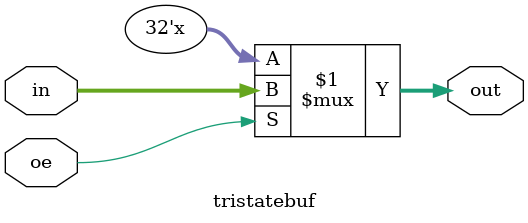
<source format=v>
module tristatebuf(in, oe, out);
    input [31:0] in;
    input oe;
    output [31:0] out;

    assign out = oe ? in : 32'bz;

endmodule
</source>
